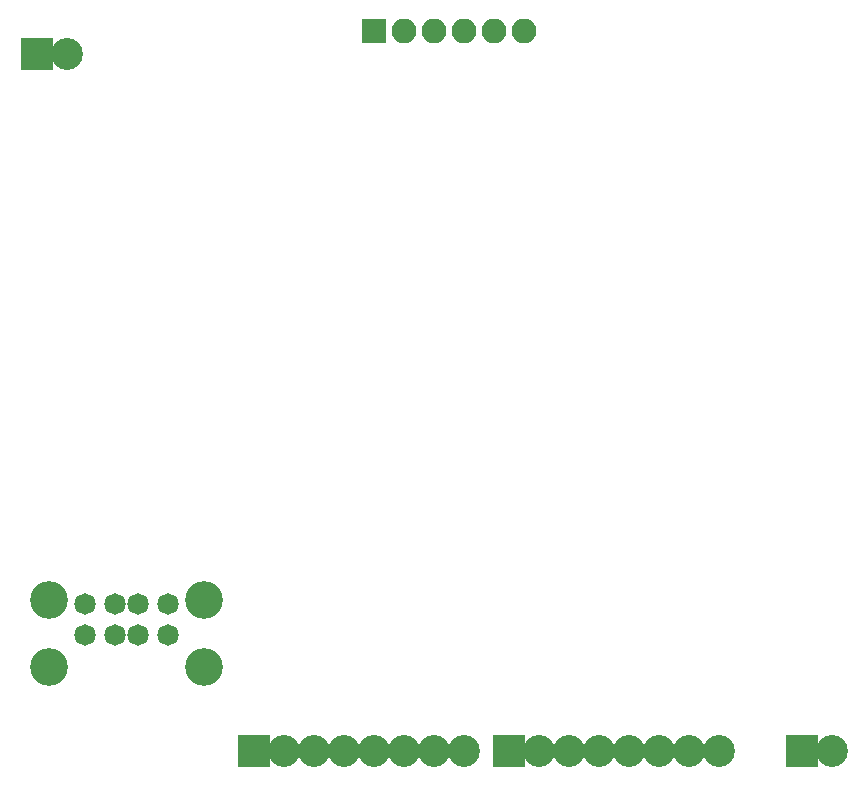
<source format=gbs>
G04 #@! TF.FileFunction,Soldermask,Bot*
%FSLAX46Y46*%
G04 Gerber Fmt 4.6, Leading zero omitted, Abs format (unit mm)*
G04 Created by KiCad (PCBNEW 4.0.7) date Thu Nov 16 18:20:54 2017*
%MOMM*%
%LPD*%
G01*
G04 APERTURE LIST*
%ADD10C,0.127000*%
%ADD11C,1.820000*%
%ADD12C,3.200000*%
%ADD13C,2.700000*%
%ADD14R,2.700000X2.700000*%
%ADD15R,2.100000X2.100000*%
%ADD16O,2.100000X2.100000*%
G04 APERTURE END LIST*
D10*
D11*
X9200000Y18805005D03*
X11700000Y18805005D03*
X13700000Y18805005D03*
X16200000Y18805005D03*
X9200000Y16185005D03*
X11700000Y16185005D03*
X13700000Y16185005D03*
X16200000Y16185005D03*
D12*
X19270000Y13475005D03*
X19270000Y19155005D03*
X6130000Y19155005D03*
X6130000Y13475005D03*
D13*
X62865000Y6350000D03*
X60325000Y6350000D03*
X57785000Y6350000D03*
X55245000Y6350000D03*
X52705000Y6350000D03*
X50165000Y6350000D03*
X47625000Y6350000D03*
D14*
X45085000Y6350000D03*
X23495000Y6350000D03*
D13*
X26035000Y6350000D03*
X28575000Y6350000D03*
X31115000Y6350000D03*
X33655000Y6350000D03*
X36195000Y6350000D03*
X38735000Y6350000D03*
X41275000Y6350000D03*
D14*
X69850000Y6350000D03*
D13*
X72390000Y6350000D03*
D14*
X5080000Y65405000D03*
D13*
X7620000Y65405000D03*
D15*
X33655000Y67310000D03*
D16*
X36195000Y67310000D03*
X38735000Y67310000D03*
X41275000Y67310000D03*
X43815000Y67310000D03*
X46355000Y67310000D03*
M02*

</source>
